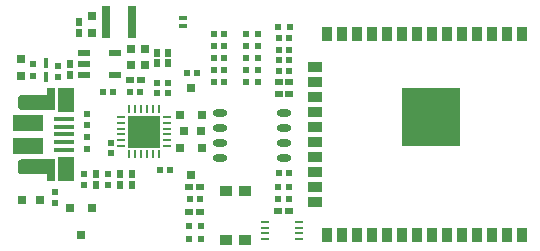
<source format=gtp>
G04 Layer_Color=8421504*
%FSLAX24Y24*%
%MOIN*%
G70*
G01*
G75*
%ADD11R,0.0197X0.0236*%
%ADD12R,0.0315X0.0098*%
%ADD13R,0.0256X0.0128*%
%ADD14R,0.0315X0.0315*%
%ADD15R,0.0157X0.0374*%
%ADD16R,0.0689X0.0157*%
%ADD17R,0.0984X0.0561*%
%ADD18R,0.0315X0.1063*%
%ADD20R,0.0394X0.0354*%
%ADD21R,0.0413X0.0236*%
%ADD22R,0.1968X0.1968*%
%ADD23R,0.0472X0.0354*%
%ADD24R,0.0354X0.0472*%
%ADD25R,0.0300X0.0300*%
%ADD26R,0.0213X0.0252*%
%ADD27R,0.0276X0.0276*%
%ADD28O,0.0492X0.0236*%
%ADD29O,0.0315X0.0098*%
%ADD30O,0.0098X0.0315*%
%ADD31R,0.1055X0.1055*%
%ADD32R,0.0217X0.0217*%
%ADD33R,0.0252X0.0213*%
%ADD34R,0.0300X0.0300*%
%ADD35R,0.0236X0.0197*%
%ADD36R,0.0217X0.0217*%
%ADD43R,0.0575X0.0787*%
G36*
X1480Y-1535D02*
X1204D01*
Y-1329D01*
X397D01*
X382Y-1328D01*
X367Y-1326D01*
X360Y-1325D01*
X353Y-1322D01*
X338Y-1318D01*
X324Y-1311D01*
X310Y-1302D01*
X297Y-1293D01*
X285Y-1283D01*
X275Y-1270D01*
X265Y-1257D01*
X257Y-1243D01*
X250Y-1229D01*
X245Y-1213D01*
X242Y-1200D01*
X240Y-1186D01*
X240Y-1171D01*
Y-974D01*
X240Y-957D01*
X243Y-941D01*
X247Y-926D01*
X253Y-910D01*
X260Y-898D01*
X267Y-885D01*
X277Y-873D01*
X287Y-862D01*
X298Y-852D01*
X310Y-844D01*
X324Y-835D01*
X338Y-829D01*
X350Y-824D01*
X357Y-822D01*
X364Y-820D01*
X372Y-819D01*
X380Y-817D01*
X388Y-817D01*
X1480D01*
Y-1535D01*
D02*
G37*
G36*
X1480Y817D02*
X388D01*
X380Y817D01*
X372Y819D01*
X364Y820D01*
X357Y822D01*
X350Y824D01*
X338Y829D01*
X324Y835D01*
X310Y844D01*
X298Y852D01*
X287Y862D01*
X277Y873D01*
X267Y885D01*
X260Y898D01*
X253Y910D01*
X247Y926D01*
X243Y941D01*
X240Y957D01*
X240Y974D01*
Y1171D01*
X240Y1186D01*
X242Y1200D01*
X245Y1213D01*
X250Y1229D01*
X257Y1243D01*
X265Y1257D01*
X275Y1270D01*
X285Y1283D01*
X297Y1293D01*
X310Y1302D01*
X324Y1311D01*
X338Y1318D01*
X353Y1322D01*
X360Y1325D01*
X367Y1326D01*
X382Y1328D01*
X397Y1329D01*
X1204D01*
Y1535D01*
X1480D01*
Y817D01*
D02*
G37*
D11*
X9330Y3570D02*
D03*
X8936D02*
D03*
X7852Y2950D02*
D03*
X8246D02*
D03*
X5956Y-3050D02*
D03*
X6350D02*
D03*
X7852Y2150D02*
D03*
X8246D02*
D03*
X5956Y-3500D02*
D03*
X6350D02*
D03*
X8246Y3350D02*
D03*
X7852D02*
D03*
Y1750D02*
D03*
X8246D02*
D03*
Y2550D02*
D03*
X7852D02*
D03*
D12*
X8483Y-2905D02*
D03*
Y-3102D02*
D03*
Y-3298D02*
D03*
Y-3495D02*
D03*
X9617Y-2905D02*
D03*
Y-3102D02*
D03*
Y-3298D02*
D03*
Y-3495D02*
D03*
D13*
X5750Y3878D02*
D03*
Y3622D02*
D03*
D14*
X400Y-2200D02*
D03*
X991D02*
D03*
D15*
X1180Y1916D02*
D03*
Y2388D02*
D03*
D16*
X1785Y0D02*
D03*
Y256D02*
D03*
Y512D02*
D03*
Y-256D02*
D03*
Y-512D02*
D03*
D17*
X574Y379D02*
D03*
Y-379D02*
D03*
D18*
X4056Y3750D02*
D03*
X3190D02*
D03*
D20*
X7185Y-1893D02*
D03*
X7815D02*
D03*
X7185Y-3507D02*
D03*
X7815D02*
D03*
D21*
X3500Y2724D02*
D03*
Y1976D02*
D03*
X2457D02*
D03*
Y2350D02*
D03*
Y2724D02*
D03*
D22*
X14015Y591D02*
D03*
D23*
X10153Y-2250D02*
D03*
Y-1750D02*
D03*
Y-1250D02*
D03*
Y-750D02*
D03*
Y-250D02*
D03*
Y250D02*
D03*
Y750D02*
D03*
Y1250D02*
D03*
Y1750D02*
D03*
Y2250D02*
D03*
D24*
X17046Y-3346D02*
D03*
X16546D02*
D03*
X16046D02*
D03*
X15546D02*
D03*
X15046D02*
D03*
X14546D02*
D03*
X14046D02*
D03*
X13546D02*
D03*
X13046D02*
D03*
X12546D02*
D03*
X12046D02*
D03*
X11546D02*
D03*
X11046D02*
D03*
X10546D02*
D03*
Y3346D02*
D03*
X11046D02*
D03*
X11546D02*
D03*
X12046D02*
D03*
X12546D02*
D03*
X13046D02*
D03*
X13546D02*
D03*
X14046D02*
D03*
X14546D02*
D03*
X15046D02*
D03*
X15546D02*
D03*
X16046D02*
D03*
X16546D02*
D03*
X17046D02*
D03*
D25*
X5800Y100D02*
D03*
X6350D02*
D03*
D26*
X3650Y-1681D02*
D03*
Y-1319D02*
D03*
X2300Y3758D02*
D03*
Y3396D02*
D03*
X1978Y2338D02*
D03*
Y1976D02*
D03*
X4900Y2369D02*
D03*
Y2731D02*
D03*
X2850Y-1685D02*
D03*
Y-1323D02*
D03*
X4050Y-1681D02*
D03*
Y-1319D02*
D03*
X5250Y2369D02*
D03*
Y2731D02*
D03*
D27*
X5650Y650D02*
D03*
X6400D02*
D03*
X6030Y1550D02*
D03*
X6020Y-1350D02*
D03*
X5650Y-450D02*
D03*
X6400D02*
D03*
X2730Y-2450D02*
D03*
X1980D02*
D03*
X2350Y-3350D02*
D03*
D28*
X9123Y-800D02*
D03*
Y-300D02*
D03*
Y200D02*
D03*
Y700D02*
D03*
X6977Y-800D02*
D03*
Y-300D02*
D03*
Y200D02*
D03*
Y700D02*
D03*
D29*
X3700Y591D02*
D03*
Y394D02*
D03*
Y197D02*
D03*
Y0D02*
D03*
Y-197D02*
D03*
Y-394D02*
D03*
X5216D02*
D03*
Y-197D02*
D03*
Y0D02*
D03*
Y197D02*
D03*
Y394D02*
D03*
Y591D02*
D03*
D30*
X3966Y-659D02*
D03*
X4163D02*
D03*
X4359D02*
D03*
X4556D02*
D03*
X4753D02*
D03*
X4950D02*
D03*
Y856D02*
D03*
X4753D02*
D03*
X4556D02*
D03*
X4359D02*
D03*
X4163D02*
D03*
X3966D02*
D03*
D31*
X4458Y98D02*
D03*
D32*
X6227Y2050D02*
D03*
X5873D02*
D03*
X8923Y-1750D02*
D03*
X9277D02*
D03*
X9277Y-2150D02*
D03*
X8923D02*
D03*
X7127Y2550D02*
D03*
X6773D02*
D03*
X7127Y3350D02*
D03*
X6773D02*
D03*
X4333Y1400D02*
D03*
X3978D02*
D03*
X3433D02*
D03*
X3078D02*
D03*
X5973Y-2150D02*
D03*
X6327D02*
D03*
X6773Y2950D02*
D03*
X7127D02*
D03*
X6773Y2150D02*
D03*
X7127D02*
D03*
X9297Y2120D02*
D03*
X8943D02*
D03*
X9297Y2810D02*
D03*
X8943D02*
D03*
X9297Y3220D02*
D03*
X8943D02*
D03*
X9297Y2470D02*
D03*
X8943D02*
D03*
X6773Y1750D02*
D03*
X7127D02*
D03*
X5327Y-1193D02*
D03*
X4973D02*
D03*
X9300Y-1288D02*
D03*
X8946D02*
D03*
D33*
X8919Y-2550D02*
D03*
X9281D02*
D03*
X6331Y-2600D02*
D03*
X5969D02*
D03*
X3978Y1800D02*
D03*
X4341D02*
D03*
X5969Y-1750D02*
D03*
X6331D02*
D03*
X9301Y1750D02*
D03*
X8939D02*
D03*
X9301Y1350D02*
D03*
X8939D02*
D03*
D34*
X4478Y2850D02*
D03*
Y2300D02*
D03*
X2704Y3396D02*
D03*
Y3946D02*
D03*
X353Y1960D02*
D03*
Y2510D02*
D03*
X4024Y2850D02*
D03*
Y2300D02*
D03*
D35*
X2550Y300D02*
D03*
Y694D02*
D03*
Y-494D02*
D03*
Y-100D02*
D03*
X750Y2355D02*
D03*
Y1961D02*
D03*
D36*
X1578Y1926D02*
D03*
Y2280D02*
D03*
X3350Y-627D02*
D03*
Y-273D02*
D03*
X2450Y-1327D02*
D03*
Y-1681D02*
D03*
X1500Y-1923D02*
D03*
Y-2277D02*
D03*
X4900Y1373D02*
D03*
Y1727D02*
D03*
X5250Y1373D02*
D03*
Y1727D02*
D03*
X3250Y-1327D02*
D03*
Y-1681D02*
D03*
D43*
X1866Y-1142D02*
D03*
Y1142D02*
D03*
M02*

</source>
